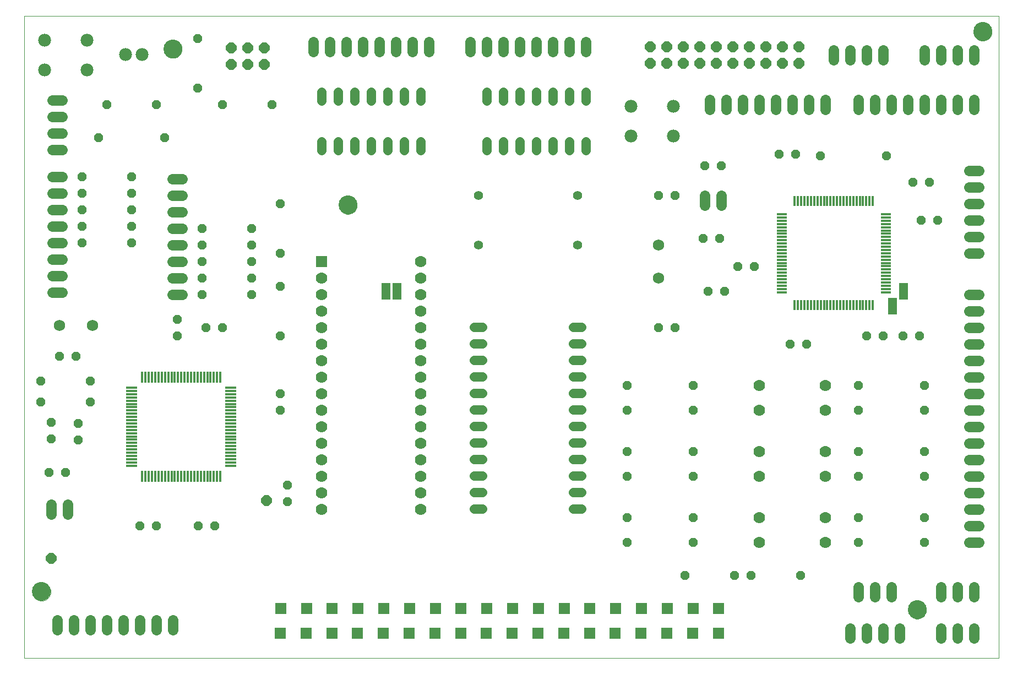
<source format=gts>
G75*
%MOIN*%
%OFA0B0*%
%FSLAX24Y24*%
%IPPOS*%
%LPD*%
%AMOC8*
5,1,8,0,0,1.08239X$1,22.5*
%
%ADD10C,0.0000*%
%ADD11C,0.1142*%
%ADD12OC8,0.0640*%
%ADD13C,0.0560*%
%ADD14C,0.0780*%
%ADD15OC8,0.0560*%
%ADD16C,0.0690*%
%ADD17R,0.0158X0.0670*%
%ADD18R,0.0670X0.0158*%
%ADD19C,0.0640*%
%ADD20R,0.0700X0.0700*%
%ADD21C,0.0700*%
%ADD22R,0.0690X0.0690*%
%ADD23C,0.0560*%
%ADD24R,0.0631X0.0158*%
%ADD25R,0.0158X0.0631*%
%ADD26R,0.0631X0.0178*%
%ADD27R,0.0540X0.1040*%
D10*
X000180Y000180D02*
X000180Y039050D01*
X059172Y039050D01*
X059172Y000180D01*
X000180Y000180D01*
X000667Y004193D02*
X000669Y004240D01*
X000675Y004286D01*
X000685Y004332D01*
X000698Y004377D01*
X000716Y004420D01*
X000737Y004462D01*
X000761Y004502D01*
X000789Y004539D01*
X000820Y004574D01*
X000854Y004607D01*
X000890Y004636D01*
X000929Y004662D01*
X000970Y004685D01*
X001013Y004704D01*
X001057Y004720D01*
X001102Y004732D01*
X001148Y004740D01*
X001195Y004744D01*
X001241Y004744D01*
X001288Y004740D01*
X001334Y004732D01*
X001379Y004720D01*
X001423Y004704D01*
X001466Y004685D01*
X001507Y004662D01*
X001546Y004636D01*
X001582Y004607D01*
X001616Y004574D01*
X001647Y004539D01*
X001675Y004502D01*
X001699Y004462D01*
X001720Y004420D01*
X001738Y004377D01*
X001751Y004332D01*
X001761Y004286D01*
X001767Y004240D01*
X001769Y004193D01*
X001767Y004146D01*
X001761Y004100D01*
X001751Y004054D01*
X001738Y004009D01*
X001720Y003966D01*
X001699Y003924D01*
X001675Y003884D01*
X001647Y003847D01*
X001616Y003812D01*
X001582Y003779D01*
X001546Y003750D01*
X001507Y003724D01*
X001466Y003701D01*
X001423Y003682D01*
X001379Y003666D01*
X001334Y003654D01*
X001288Y003646D01*
X001241Y003642D01*
X001195Y003642D01*
X001148Y003646D01*
X001102Y003654D01*
X001057Y003666D01*
X001013Y003682D01*
X000970Y003701D01*
X000929Y003724D01*
X000890Y003750D01*
X000854Y003779D01*
X000820Y003812D01*
X000789Y003847D01*
X000761Y003884D01*
X000737Y003924D01*
X000716Y003966D01*
X000698Y004009D01*
X000685Y004054D01*
X000675Y004100D01*
X000669Y004146D01*
X000667Y004193D01*
X019217Y027605D02*
X019219Y027652D01*
X019225Y027698D01*
X019235Y027744D01*
X019248Y027789D01*
X019266Y027832D01*
X019287Y027874D01*
X019311Y027914D01*
X019339Y027951D01*
X019370Y027986D01*
X019404Y028019D01*
X019440Y028048D01*
X019479Y028074D01*
X019520Y028097D01*
X019563Y028116D01*
X019607Y028132D01*
X019652Y028144D01*
X019698Y028152D01*
X019745Y028156D01*
X019791Y028156D01*
X019838Y028152D01*
X019884Y028144D01*
X019929Y028132D01*
X019973Y028116D01*
X020016Y028097D01*
X020057Y028074D01*
X020096Y028048D01*
X020132Y028019D01*
X020166Y027986D01*
X020197Y027951D01*
X020225Y027914D01*
X020249Y027874D01*
X020270Y027832D01*
X020288Y027789D01*
X020301Y027744D01*
X020311Y027698D01*
X020317Y027652D01*
X020319Y027605D01*
X020317Y027558D01*
X020311Y027512D01*
X020301Y027466D01*
X020288Y027421D01*
X020270Y027378D01*
X020249Y027336D01*
X020225Y027296D01*
X020197Y027259D01*
X020166Y027224D01*
X020132Y027191D01*
X020096Y027162D01*
X020057Y027136D01*
X020016Y027113D01*
X019973Y027094D01*
X019929Y027078D01*
X019884Y027066D01*
X019838Y027058D01*
X019791Y027054D01*
X019745Y027054D01*
X019698Y027058D01*
X019652Y027066D01*
X019607Y027078D01*
X019563Y027094D01*
X019520Y027113D01*
X019479Y027136D01*
X019440Y027162D01*
X019404Y027191D01*
X019370Y027224D01*
X019339Y027259D01*
X019311Y027296D01*
X019287Y027336D01*
X019266Y027378D01*
X019248Y027421D01*
X019235Y027466D01*
X019225Y027512D01*
X019219Y027558D01*
X019217Y027605D01*
X008617Y037043D02*
X008619Y037090D01*
X008625Y037136D01*
X008635Y037182D01*
X008648Y037227D01*
X008666Y037270D01*
X008687Y037312D01*
X008711Y037352D01*
X008739Y037389D01*
X008770Y037424D01*
X008804Y037457D01*
X008840Y037486D01*
X008879Y037512D01*
X008920Y037535D01*
X008963Y037554D01*
X009007Y037570D01*
X009052Y037582D01*
X009098Y037590D01*
X009145Y037594D01*
X009191Y037594D01*
X009238Y037590D01*
X009284Y037582D01*
X009329Y037570D01*
X009373Y037554D01*
X009416Y037535D01*
X009457Y037512D01*
X009496Y037486D01*
X009532Y037457D01*
X009566Y037424D01*
X009597Y037389D01*
X009625Y037352D01*
X009649Y037312D01*
X009670Y037270D01*
X009688Y037227D01*
X009701Y037182D01*
X009711Y037136D01*
X009717Y037090D01*
X009719Y037043D01*
X009717Y036996D01*
X009711Y036950D01*
X009701Y036904D01*
X009688Y036859D01*
X009670Y036816D01*
X009649Y036774D01*
X009625Y036734D01*
X009597Y036697D01*
X009566Y036662D01*
X009532Y036629D01*
X009496Y036600D01*
X009457Y036574D01*
X009416Y036551D01*
X009373Y036532D01*
X009329Y036516D01*
X009284Y036504D01*
X009238Y036496D01*
X009191Y036492D01*
X009145Y036492D01*
X009098Y036496D01*
X009052Y036504D01*
X009007Y036516D01*
X008963Y036532D01*
X008920Y036551D01*
X008879Y036574D01*
X008840Y036600D01*
X008804Y036629D01*
X008770Y036662D01*
X008739Y036697D01*
X008711Y036734D01*
X008687Y036774D01*
X008666Y036816D01*
X008648Y036859D01*
X008635Y036904D01*
X008625Y036950D01*
X008619Y036996D01*
X008617Y037043D01*
X057642Y038093D02*
X057644Y038140D01*
X057650Y038186D01*
X057660Y038232D01*
X057673Y038277D01*
X057691Y038320D01*
X057712Y038362D01*
X057736Y038402D01*
X057764Y038439D01*
X057795Y038474D01*
X057829Y038507D01*
X057865Y038536D01*
X057904Y038562D01*
X057945Y038585D01*
X057988Y038604D01*
X058032Y038620D01*
X058077Y038632D01*
X058123Y038640D01*
X058170Y038644D01*
X058216Y038644D01*
X058263Y038640D01*
X058309Y038632D01*
X058354Y038620D01*
X058398Y038604D01*
X058441Y038585D01*
X058482Y038562D01*
X058521Y038536D01*
X058557Y038507D01*
X058591Y038474D01*
X058622Y038439D01*
X058650Y038402D01*
X058674Y038362D01*
X058695Y038320D01*
X058713Y038277D01*
X058726Y038232D01*
X058736Y038186D01*
X058742Y038140D01*
X058744Y038093D01*
X058742Y038046D01*
X058736Y038000D01*
X058726Y037954D01*
X058713Y037909D01*
X058695Y037866D01*
X058674Y037824D01*
X058650Y037784D01*
X058622Y037747D01*
X058591Y037712D01*
X058557Y037679D01*
X058521Y037650D01*
X058482Y037624D01*
X058441Y037601D01*
X058398Y037582D01*
X058354Y037566D01*
X058309Y037554D01*
X058263Y037546D01*
X058216Y037542D01*
X058170Y037542D01*
X058123Y037546D01*
X058077Y037554D01*
X058032Y037566D01*
X057988Y037582D01*
X057945Y037601D01*
X057904Y037624D01*
X057865Y037650D01*
X057829Y037679D01*
X057795Y037712D01*
X057764Y037747D01*
X057736Y037784D01*
X057712Y037824D01*
X057691Y037866D01*
X057673Y037909D01*
X057660Y037954D01*
X057650Y038000D01*
X057644Y038046D01*
X057642Y038093D01*
X053679Y003105D02*
X053681Y003152D01*
X053687Y003198D01*
X053697Y003244D01*
X053710Y003289D01*
X053728Y003332D01*
X053749Y003374D01*
X053773Y003414D01*
X053801Y003451D01*
X053832Y003486D01*
X053866Y003519D01*
X053902Y003548D01*
X053941Y003574D01*
X053982Y003597D01*
X054025Y003616D01*
X054069Y003632D01*
X054114Y003644D01*
X054160Y003652D01*
X054207Y003656D01*
X054253Y003656D01*
X054300Y003652D01*
X054346Y003644D01*
X054391Y003632D01*
X054435Y003616D01*
X054478Y003597D01*
X054519Y003574D01*
X054558Y003548D01*
X054594Y003519D01*
X054628Y003486D01*
X054659Y003451D01*
X054687Y003414D01*
X054711Y003374D01*
X054732Y003332D01*
X054750Y003289D01*
X054763Y003244D01*
X054773Y003198D01*
X054779Y003152D01*
X054781Y003105D01*
X054779Y003058D01*
X054773Y003012D01*
X054763Y002966D01*
X054750Y002921D01*
X054732Y002878D01*
X054711Y002836D01*
X054687Y002796D01*
X054659Y002759D01*
X054628Y002724D01*
X054594Y002691D01*
X054558Y002662D01*
X054519Y002636D01*
X054478Y002613D01*
X054435Y002594D01*
X054391Y002578D01*
X054346Y002566D01*
X054300Y002558D01*
X054253Y002554D01*
X054207Y002554D01*
X054160Y002558D01*
X054114Y002566D01*
X054069Y002578D01*
X054025Y002594D01*
X053982Y002613D01*
X053941Y002636D01*
X053902Y002662D01*
X053866Y002691D01*
X053832Y002724D01*
X053801Y002759D01*
X053773Y002796D01*
X053749Y002836D01*
X053728Y002878D01*
X053710Y002921D01*
X053697Y002966D01*
X053687Y003012D01*
X053681Y003058D01*
X053679Y003105D01*
D11*
X054230Y003105D03*
X019768Y027605D03*
X009168Y037043D03*
X058193Y038093D03*
X001218Y004193D03*
D12*
X001818Y006205D03*
X014843Y009705D03*
X014720Y036120D03*
X013720Y036120D03*
X012720Y036120D03*
X012720Y037120D03*
X013720Y037120D03*
X014720Y037120D03*
X038060Y037180D03*
X039060Y037180D03*
X040060Y037180D03*
X041060Y037180D03*
X042060Y037180D03*
X043060Y037180D03*
X044060Y037180D03*
X045060Y037180D03*
X046060Y037180D03*
X047060Y037180D03*
X047060Y036180D03*
X046060Y036180D03*
X045060Y036180D03*
X044060Y036180D03*
X043060Y036180D03*
X042060Y036180D03*
X041060Y036180D03*
X040060Y036180D03*
X039060Y036180D03*
X038060Y036180D03*
D13*
X033680Y028180D03*
X033680Y025180D03*
X027680Y025180D03*
X027680Y028180D03*
D14*
X036900Y031790D03*
X039460Y031790D03*
X039460Y033570D03*
X036900Y033570D03*
X007318Y036693D03*
X006318Y036693D03*
X003960Y037570D03*
X001400Y037570D03*
X001400Y035790D03*
X003960Y035790D03*
D15*
X005180Y033680D03*
X004680Y031680D03*
X003680Y029305D03*
X003680Y028305D03*
X003680Y027305D03*
X003680Y026305D03*
X003680Y025305D03*
X006680Y025305D03*
X006680Y026305D03*
X006680Y027305D03*
X006680Y028305D03*
X006680Y029305D03*
X008680Y031680D03*
X008180Y033680D03*
X010680Y034680D03*
X012180Y033680D03*
X015180Y033680D03*
X010680Y037680D03*
X015680Y027680D03*
X013930Y026180D03*
X013930Y025180D03*
X013930Y024180D03*
X013930Y023180D03*
X013930Y022180D03*
X015680Y022680D03*
X015680Y024680D03*
X010930Y024180D03*
X010930Y025180D03*
X010930Y026180D03*
X010930Y023180D03*
X010930Y022180D03*
X009430Y020680D03*
X009430Y019680D03*
X011180Y020180D03*
X012180Y020180D03*
X015680Y019680D03*
X015680Y016180D03*
X015680Y015180D03*
X016118Y010655D03*
X016118Y009655D03*
X011718Y008180D03*
X010718Y008180D03*
X008180Y008180D03*
X007180Y008180D03*
X002680Y011418D03*
X001680Y011418D03*
X003443Y013380D03*
X001805Y013430D03*
X001805Y014430D03*
X003443Y014380D03*
X004180Y015680D03*
X004180Y016930D03*
X003305Y018430D03*
X002305Y018430D03*
X001180Y016930D03*
X001180Y015680D03*
X036680Y015180D03*
X036680Y016680D03*
X040680Y016680D03*
X040680Y015180D03*
X040680Y012680D03*
X040680Y011180D03*
X040680Y008680D03*
X040680Y007180D03*
X040180Y005180D03*
X043180Y005180D03*
X044180Y005180D03*
X047180Y005180D03*
X050680Y007180D03*
X050680Y008680D03*
X050680Y011180D03*
X050680Y012680D03*
X050680Y015180D03*
X050680Y016680D03*
X047530Y019168D03*
X046530Y019168D03*
X051180Y019680D03*
X052180Y019680D03*
X053380Y019680D03*
X054380Y019680D03*
X054680Y016680D03*
X054680Y015180D03*
X054680Y012680D03*
X054680Y011180D03*
X054680Y008680D03*
X054680Y007180D03*
X036680Y007180D03*
X036680Y008680D03*
X036680Y011180D03*
X036680Y012680D03*
X038580Y020180D03*
X039580Y020180D03*
X041580Y022380D03*
X042580Y022380D03*
X043380Y023880D03*
X044380Y023880D03*
X042280Y025580D03*
X041280Y025580D03*
X039580Y028180D03*
X038580Y028180D03*
X041380Y029980D03*
X042380Y029980D03*
X045880Y030680D03*
X046880Y030680D03*
X048380Y030580D03*
X052380Y030580D03*
X053980Y028980D03*
X054980Y028980D03*
X054480Y026680D03*
X055480Y026680D03*
D16*
X038580Y025180D03*
X038580Y023180D03*
X004305Y020305D03*
X002305Y020305D03*
D17*
X007318Y017172D03*
X007515Y017172D03*
X007711Y017172D03*
X007908Y017172D03*
X008105Y017172D03*
X008302Y017172D03*
X008499Y017172D03*
X008696Y017172D03*
X008893Y017172D03*
X009089Y017172D03*
X009286Y017172D03*
X009483Y017172D03*
X009680Y017172D03*
X009877Y017172D03*
X010074Y017172D03*
X010271Y017172D03*
X010467Y017172D03*
X010664Y017172D03*
X010861Y017172D03*
X011058Y017172D03*
X011255Y017172D03*
X011452Y017172D03*
X011649Y017172D03*
X011845Y017172D03*
X012042Y017172D03*
X012042Y011188D03*
X011845Y011188D03*
X011649Y011188D03*
X011452Y011188D03*
X011255Y011188D03*
X011058Y011188D03*
X010861Y011188D03*
X010664Y011188D03*
X010467Y011188D03*
X010271Y011188D03*
X010074Y011188D03*
X009877Y011188D03*
X009680Y011188D03*
X009483Y011188D03*
X009286Y011188D03*
X009089Y011188D03*
X008893Y011188D03*
X008696Y011188D03*
X008499Y011188D03*
X008302Y011188D03*
X008105Y011188D03*
X007908Y011188D03*
X007711Y011188D03*
X007515Y011188D03*
X007318Y011188D03*
D18*
X006688Y011818D03*
X006688Y012015D03*
X006688Y012211D03*
X006688Y012408D03*
X006688Y012605D03*
X006688Y012802D03*
X006688Y012999D03*
X006688Y013196D03*
X006688Y013393D03*
X006688Y013589D03*
X006688Y013786D03*
X006688Y013983D03*
X006688Y014180D03*
X006688Y014377D03*
X006688Y014574D03*
X006688Y014771D03*
X006688Y014967D03*
X006688Y015164D03*
X006688Y015361D03*
X006688Y015558D03*
X006688Y015755D03*
X006688Y015952D03*
X006688Y016149D03*
X006688Y016345D03*
X006688Y016542D03*
X012672Y016542D03*
X012672Y016345D03*
X012672Y016149D03*
X012672Y015952D03*
X012672Y015755D03*
X012672Y015558D03*
X012672Y015361D03*
X012672Y015164D03*
X012672Y014967D03*
X012672Y014771D03*
X012672Y014574D03*
X012672Y014377D03*
X012672Y014180D03*
X012672Y013983D03*
X012672Y013786D03*
X012672Y013589D03*
X012672Y013393D03*
X012672Y013196D03*
X012672Y012999D03*
X012672Y012802D03*
X012672Y012605D03*
X012672Y012408D03*
X012672Y012211D03*
X012672Y012015D03*
X012672Y011818D03*
D19*
X002805Y009480D02*
X002805Y008880D01*
X001805Y008880D02*
X001805Y009480D01*
X002180Y002480D02*
X002180Y001880D01*
X003180Y001880D02*
X003180Y002480D01*
X004180Y002480D02*
X004180Y001880D01*
X005180Y001880D02*
X005180Y002480D01*
X006180Y002480D02*
X006180Y001880D01*
X007180Y001880D02*
X007180Y002480D01*
X008180Y002480D02*
X008180Y001880D01*
X009180Y001880D02*
X009180Y002480D01*
X009130Y022180D02*
X009730Y022180D01*
X009730Y023180D02*
X009130Y023180D01*
X009130Y024180D02*
X009730Y024180D01*
X009730Y025180D02*
X009130Y025180D01*
X009130Y026180D02*
X009730Y026180D01*
X009730Y027180D02*
X009130Y027180D01*
X009130Y028180D02*
X009730Y028180D01*
X009730Y029180D02*
X009130Y029180D01*
X002480Y029305D02*
X001880Y029305D01*
X001880Y028305D02*
X002480Y028305D01*
X002480Y027305D02*
X001880Y027305D01*
X001880Y026305D02*
X002480Y026305D01*
X002480Y025305D02*
X001880Y025305D01*
X001880Y024305D02*
X002480Y024305D01*
X002480Y023305D02*
X001880Y023305D01*
X001880Y022305D02*
X002480Y022305D01*
X002480Y030930D02*
X001880Y030930D01*
X001880Y031930D02*
X002480Y031930D01*
X002480Y032930D02*
X001880Y032930D01*
X001880Y033930D02*
X002480Y033930D01*
X017680Y036880D02*
X017680Y037480D01*
X018680Y037480D02*
X018680Y036880D01*
X019680Y036880D02*
X019680Y037480D01*
X020680Y037480D02*
X020680Y036880D01*
X021680Y036880D02*
X021680Y037480D01*
X022680Y037480D02*
X022680Y036880D01*
X023680Y036880D02*
X023680Y037480D01*
X024680Y037480D02*
X024680Y036880D01*
X027180Y036880D02*
X027180Y037480D01*
X028180Y037480D02*
X028180Y036880D01*
X029180Y036880D02*
X029180Y037480D01*
X030180Y037480D02*
X030180Y036880D01*
X031180Y036880D02*
X031180Y037480D01*
X032180Y037480D02*
X032180Y036880D01*
X033180Y036880D02*
X033180Y037480D01*
X034180Y037480D02*
X034180Y036880D01*
X041680Y033980D02*
X041680Y033380D01*
X042680Y033380D02*
X042680Y033980D01*
X043680Y033980D02*
X043680Y033380D01*
X044680Y033380D02*
X044680Y033980D01*
X045680Y033980D02*
X045680Y033380D01*
X046680Y033380D02*
X046680Y033980D01*
X047680Y033980D02*
X047680Y033380D01*
X048680Y033380D02*
X048680Y033980D01*
X050680Y033980D02*
X050680Y033380D01*
X051680Y033380D02*
X051680Y033980D01*
X052680Y033980D02*
X052680Y033380D01*
X053680Y033380D02*
X053680Y033980D01*
X054680Y033980D02*
X054680Y033380D01*
X055680Y033380D02*
X055680Y033980D01*
X056680Y033980D02*
X056680Y033380D01*
X057680Y033380D02*
X057680Y033980D01*
X057680Y036380D02*
X057680Y036980D01*
X056680Y036980D02*
X056680Y036380D01*
X055680Y036380D02*
X055680Y036980D01*
X054680Y036980D02*
X054680Y036380D01*
X052180Y036380D02*
X052180Y036980D01*
X051180Y036980D02*
X051180Y036380D01*
X050180Y036380D02*
X050180Y036980D01*
X049180Y036980D02*
X049180Y036380D01*
X057380Y029680D02*
X057980Y029680D01*
X057980Y028680D02*
X057380Y028680D01*
X057380Y027680D02*
X057980Y027680D01*
X057980Y026680D02*
X057380Y026680D01*
X057380Y025680D02*
X057980Y025680D01*
X057980Y024680D02*
X057380Y024680D01*
X057380Y022180D02*
X057980Y022180D01*
X057980Y021180D02*
X057380Y021180D01*
X057380Y020180D02*
X057980Y020180D01*
X057980Y019180D02*
X057380Y019180D01*
X057380Y018180D02*
X057980Y018180D01*
X057980Y017180D02*
X057380Y017180D01*
X057380Y016180D02*
X057980Y016180D01*
X057980Y015180D02*
X057380Y015180D01*
X057380Y014180D02*
X057980Y014180D01*
X057980Y013180D02*
X057380Y013180D01*
X057380Y012180D02*
X057980Y012180D01*
X057980Y011180D02*
X057380Y011180D01*
X057380Y010180D02*
X057980Y010180D01*
X057980Y009180D02*
X057380Y009180D01*
X057380Y008180D02*
X057980Y008180D01*
X057980Y007180D02*
X057380Y007180D01*
X057680Y004480D02*
X057680Y003880D01*
X056680Y003880D02*
X056680Y004480D01*
X055680Y004480D02*
X055680Y003880D01*
X055680Y001980D02*
X055680Y001380D01*
X056680Y001380D02*
X056680Y001980D01*
X057680Y001980D02*
X057680Y001380D01*
X053180Y001380D02*
X053180Y001980D01*
X052180Y001980D02*
X052180Y001380D01*
X051180Y001380D02*
X051180Y001980D01*
X050180Y001980D02*
X050180Y001380D01*
X050680Y003880D02*
X050680Y004480D01*
X051680Y004480D02*
X051680Y003880D01*
X052680Y003880D02*
X052680Y004480D01*
X042380Y027580D02*
X042380Y028180D01*
X041380Y028180D02*
X041380Y027580D01*
D20*
X018180Y024180D03*
D21*
X018180Y023180D03*
X018180Y022180D03*
X018180Y021180D03*
X018180Y020180D03*
X018180Y019180D03*
X018180Y018180D03*
X018180Y017180D03*
X018180Y016180D03*
X018180Y015180D03*
X018180Y014180D03*
X018180Y013180D03*
X018180Y012180D03*
X018180Y011180D03*
X018180Y010180D03*
X018180Y009180D03*
X024180Y009180D03*
X024180Y010180D03*
X024180Y011180D03*
X024180Y012180D03*
X024180Y013180D03*
X024180Y014180D03*
X024180Y015180D03*
X024180Y016180D03*
X024180Y017180D03*
X024180Y018180D03*
X024180Y019180D03*
X024180Y020180D03*
X024180Y021180D03*
X024180Y022180D03*
X024180Y023180D03*
X024180Y024180D03*
X044680Y016680D03*
X044680Y015180D03*
X044680Y012680D03*
X044680Y011180D03*
X044680Y008680D03*
X044680Y007180D03*
X048680Y007180D03*
X048680Y008680D03*
X048680Y011180D03*
X048680Y012680D03*
X048680Y015180D03*
X048680Y016680D03*
D22*
X042220Y003190D03*
X040660Y003190D03*
X039100Y003190D03*
X037540Y003190D03*
X035980Y003190D03*
X034420Y003190D03*
X032860Y003190D03*
X031300Y003190D03*
X029740Y003190D03*
X028180Y003190D03*
X026620Y003190D03*
X025060Y003190D03*
X023500Y003190D03*
X021940Y003190D03*
X020380Y003190D03*
X018820Y003190D03*
X017260Y003190D03*
X015700Y003190D03*
X015670Y001670D03*
X017230Y001670D03*
X018790Y001670D03*
X020350Y001670D03*
X021910Y001670D03*
X023470Y001670D03*
X025030Y001670D03*
X026590Y001670D03*
X028150Y001670D03*
X029710Y001670D03*
X031270Y001670D03*
X032830Y001670D03*
X034390Y001670D03*
X035950Y001670D03*
X037510Y001670D03*
X039070Y001670D03*
X040630Y001670D03*
X042190Y001670D03*
D23*
X033915Y009218D02*
X033395Y009218D01*
X033395Y010218D02*
X033915Y010218D01*
X033915Y011218D02*
X033395Y011218D01*
X033395Y012218D02*
X033915Y012218D01*
X033915Y013218D02*
X033395Y013218D01*
X033395Y014218D02*
X033915Y014218D01*
X033915Y015218D02*
X033395Y015218D01*
X033395Y016218D02*
X033915Y016218D01*
X033915Y017218D02*
X033395Y017218D01*
X033395Y018218D02*
X033915Y018218D01*
X033915Y019218D02*
X033395Y019218D01*
X033395Y020218D02*
X033915Y020218D01*
X027915Y020218D02*
X027395Y020218D01*
X027395Y019218D02*
X027915Y019218D01*
X027915Y018218D02*
X027395Y018218D01*
X027395Y017218D02*
X027915Y017218D01*
X027915Y016218D02*
X027395Y016218D01*
X027395Y015218D02*
X027915Y015218D01*
X027915Y014218D02*
X027395Y014218D01*
X027395Y013218D02*
X027915Y013218D01*
X027915Y012218D02*
X027395Y012218D01*
X027395Y011218D02*
X027915Y011218D01*
X027915Y010218D02*
X027395Y010218D01*
X027395Y009218D02*
X027915Y009218D01*
X028180Y030920D02*
X028180Y031440D01*
X029180Y031440D02*
X029180Y030920D01*
X030180Y030920D02*
X030180Y031440D01*
X031180Y031440D02*
X031180Y030920D01*
X032180Y030920D02*
X032180Y031440D01*
X033180Y031440D02*
X033180Y030920D01*
X034180Y030920D02*
X034180Y031440D01*
X034180Y033920D02*
X034180Y034440D01*
X033180Y034440D02*
X033180Y033920D01*
X032180Y033920D02*
X032180Y034440D01*
X031180Y034440D02*
X031180Y033920D01*
X030180Y033920D02*
X030180Y034440D01*
X029180Y034440D02*
X029180Y033920D01*
X028180Y033920D02*
X028180Y034440D01*
X024180Y034440D02*
X024180Y033920D01*
X023180Y033920D02*
X023180Y034440D01*
X022180Y034440D02*
X022180Y033920D01*
X021180Y033920D02*
X021180Y034440D01*
X020180Y034440D02*
X020180Y033920D01*
X019180Y033920D02*
X019180Y034440D01*
X018180Y034440D02*
X018180Y033920D01*
X018180Y031440D02*
X018180Y030920D01*
X019180Y030920D02*
X019180Y031440D01*
X020180Y031440D02*
X020180Y030920D01*
X021180Y030920D02*
X021180Y031440D01*
X022180Y031440D02*
X022180Y030920D01*
X023180Y030920D02*
X023180Y031440D01*
X024180Y031440D02*
X024180Y030920D01*
D24*
X046030Y027042D03*
X046030Y026845D03*
X046030Y026649D03*
X046030Y026452D03*
X046030Y026255D03*
X046030Y026058D03*
X046030Y025861D03*
X046030Y025664D03*
X046030Y025467D03*
X046030Y025271D03*
X046030Y025074D03*
X046030Y024877D03*
X046030Y024680D03*
X046030Y024483D03*
X046030Y024286D03*
X046030Y024089D03*
X046030Y023893D03*
X046030Y023696D03*
X046030Y023499D03*
X046030Y023302D03*
X046030Y023105D03*
X046030Y022908D03*
X046030Y022711D03*
X046030Y022515D03*
X046030Y022318D03*
X052330Y022318D03*
X052330Y022515D03*
X052330Y022711D03*
X052330Y022908D03*
X052330Y023105D03*
X052330Y023302D03*
X052330Y023499D03*
X052330Y023696D03*
X052330Y023893D03*
X052330Y024089D03*
X052330Y024483D03*
X052330Y024680D03*
X052330Y024877D03*
X052330Y025074D03*
X052330Y025271D03*
X052330Y025467D03*
X052330Y025664D03*
X052330Y025861D03*
X052330Y026058D03*
X052330Y026452D03*
X052330Y026649D03*
X052330Y026845D03*
X052330Y027042D03*
D25*
X051542Y027830D03*
X051345Y027830D03*
X051149Y027830D03*
X050952Y027830D03*
X050755Y027830D03*
X050558Y027830D03*
X050361Y027830D03*
X050164Y027830D03*
X049967Y027830D03*
X049771Y027830D03*
X049574Y027830D03*
X049377Y027830D03*
X049180Y027830D03*
X048983Y027830D03*
X048786Y027830D03*
X048589Y027830D03*
X048393Y027830D03*
X048196Y027830D03*
X047999Y027830D03*
X047802Y027830D03*
X047605Y027830D03*
X047408Y027830D03*
X047211Y027830D03*
X047015Y027830D03*
X046818Y027830D03*
X046818Y021530D03*
X047015Y021530D03*
X047211Y021530D03*
X047408Y021530D03*
X047605Y021530D03*
X047802Y021530D03*
X047999Y021530D03*
X048196Y021530D03*
X048393Y021530D03*
X048589Y021530D03*
X048786Y021530D03*
X048983Y021530D03*
X049180Y021530D03*
X049377Y021530D03*
X049574Y021530D03*
X049771Y021530D03*
X049967Y021530D03*
X050164Y021530D03*
X050361Y021530D03*
X050558Y021530D03*
X050755Y021530D03*
X050952Y021530D03*
X051149Y021530D03*
X051345Y021530D03*
X051542Y021530D03*
D26*
X052330Y024286D03*
X052330Y026255D03*
D27*
X053420Y022380D03*
X052740Y021470D03*
X022730Y022370D03*
X022070Y022380D03*
M02*

</source>
